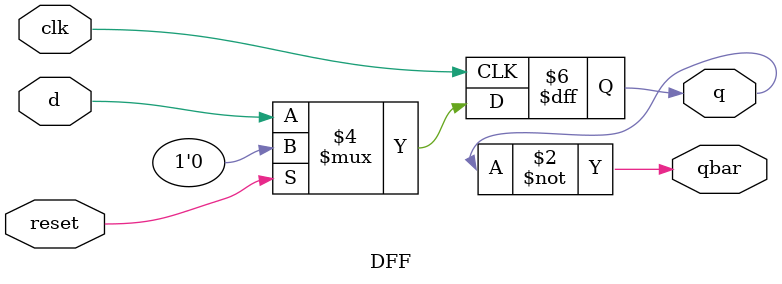
<source format=v>
`timescale 1ns / 1ps


module DFF(d,clk,reset,q,qbar);
input d;
input clk;
input reset;
output reg q;
output  qbar;
always@(posedge clk)
begin
if(reset)
begin
q<=0;
end
else
q<=d;
end
assign qbar=~q;
endmodule
</source>
